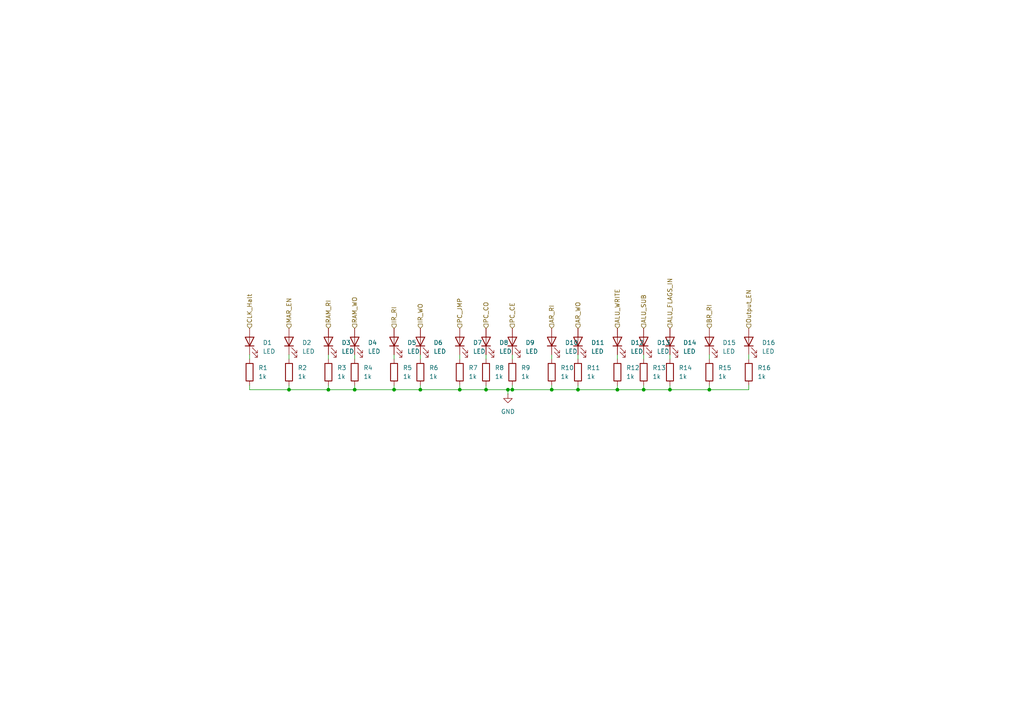
<source format=kicad_sch>
(kicad_sch (version 20231120) (generator "eeschema") (generator_version "8.0")
  (paper "A4")
  (lib_symbols
    (symbol "Device:LED" (pin_numbers hide) (pin_names (offset 1.016) hide)
      (property "Reference" "D" (at 0 2.54 0))
      (property "Value" "LED" (at 0 -2.54 0))
      (symbol "LED_0_1"
        (polyline (pts (xy -1.27 -1.27) (xy -1.27 1.27)) (stroke (width 0.254)))
        (polyline (pts (xy -1.27 0) (xy 1.27 0)))
        (polyline (pts (xy 1.27 -1.27) (xy 1.27 1.27) (xy -1.27 0) (xy 1.27 -1.27)) (stroke (width 0.254)))
        (polyline (pts (xy -3.048 -0.762) (xy -4.572 -2.286) (xy -3.81 -2.286) (xy -4.572 -2.286) (xy -4.572 -1.524)))
        (polyline (pts (xy -1.778 -0.762) (xy -3.302 -2.286) (xy -2.54 -2.286) (xy -3.302 -2.286) (xy -3.302 -1.524)))
      )
      (symbol "LED_1_1"
        (pin passive line (at -3.81 0 0) (length 2.54) (name "K") (number "1"))
        (pin passive line (at 3.81 0 180) (length 2.54) (name "A") (number "2"))
      )
    )
    (symbol "Device:R" (pin_numbers hide) (pin_names (offset 0))
      (property "Reference" "R" (at 2.032 0 90))
      (property "Value" "R" (at 0 0 90))
      (symbol "R_0_1"
        (rectangle (start -1.016 -2.54) (end 1.016 2.54) (stroke (width 0.254)))
      )
      (symbol "R_1_1"
        (pin passive line (at 0 3.81 270) (length 1.27) (name "~") (number "1"))
        (pin passive line (at 0 -3.81 90) (length 1.27) (name "~") (number "2"))
      )
    )
    (symbol "power:GND" (power) (pin_numbers hide) (pin_names (offset 0) hide)
      (property "Value" "GND" (at 0 -3.81 0))
      (symbol "GND_0_1"
        (polyline (pts (xy 0 0) (xy 0 -1.27) (xy 1.27 -1.27) (xy 0 -2.54) (xy -1.27 -1.27) (xy 0 -1.27)))
      )
      (symbol "GND_1_1"
        (pin power_in line (at 0 0 270) (length 0) (name "~") (number "1"))
      )
    )
  )
  (junction (at 140.97 113.03))
  (junction (at 186.69 113.03))
  (junction (at 95.25 113.03))
  (junction (at 160.02 113.03))
  (junction (at 205.74 113.03))
  (junction (at 147.32 113.03))
  (junction (at 133.35 113.03))
  (junction (at 83.82 113.03))
  (junction (at 121.92 113.03))
  (junction (at 167.64 113.03))
  (junction (at 148.59 113.03))
  (junction (at 102.87 113.03))
  (junction (at 114.3 113.03))
  (junction (at 194.31 113.03))
  (junction (at 179.07 113.03))
  (wire (pts (xy 114.3 102.87) (xy 114.3 104.14)))
  (wire (pts (xy 186.69 111.76) (xy 186.69 113.03)))
  (wire (pts (xy 167.64 111.76) (xy 167.64 113.03)))
  (wire (pts (xy 140.97 102.87) (xy 140.97 104.14)))
  (wire (pts (xy 140.97 113.03) (xy 147.32 113.03)))
  (wire (pts (xy 95.25 113.03) (xy 102.87 113.03)))
  (wire (pts (xy 72.39 102.87) (xy 72.39 104.14)))
  (wire (pts (xy 133.35 111.76) (xy 133.35 113.03)))
  (wire (pts (xy 205.74 113.03) (xy 217.17 113.03)))
  (wire (pts (xy 147.32 114.3) (xy 147.32 113.03)))
  (wire (pts (xy 205.74 111.76) (xy 205.74 113.03)))
  (wire (pts (xy 133.35 113.03) (xy 140.97 113.03)))
  (wire (pts (xy 148.59 102.87) (xy 148.59 104.14)))
  (wire (pts (xy 205.74 102.87) (xy 205.74 104.14)))
  (wire (pts (xy 194.31 113.03) (xy 205.74 113.03)))
  (wire (pts (xy 83.82 111.76) (xy 83.82 113.03)))
  (wire (pts (xy 160.02 113.03) (xy 167.64 113.03)))
  (wire (pts (xy 114.3 113.03) (xy 121.92 113.03)))
  (wire (pts (xy 121.92 111.76) (xy 121.92 113.03)))
  (wire (pts (xy 148.59 113.03) (xy 160.02 113.03)))
  (wire (pts (xy 133.35 102.87) (xy 133.35 104.14)))
  (wire (pts (xy 83.82 102.87) (xy 83.82 104.14)))
  (wire (pts (xy 186.69 113.03) (xy 194.31 113.03)))
  (wire (pts (xy 140.97 111.76) (xy 140.97 113.03)))
  (wire (pts (xy 179.07 113.03) (xy 186.69 113.03)))
  (wire (pts (xy 83.82 113.03) (xy 95.25 113.03)))
  (wire (pts (xy 179.07 111.76) (xy 179.07 113.03)))
  (wire (pts (xy 179.07 102.87) (xy 179.07 104.14)))
  (wire (pts (xy 186.69 102.87) (xy 186.69 104.14)))
  (wire (pts (xy 102.87 111.76) (xy 102.87 113.03)))
  (wire (pts (xy 167.64 113.03) (xy 179.07 113.03)))
  (wire (pts (xy 147.32 113.03) (xy 148.59 113.03)))
  (wire (pts (xy 95.25 102.87) (xy 95.25 104.14)))
  (wire (pts (xy 217.17 111.76) (xy 217.17 113.03)))
  (wire (pts (xy 72.39 113.03) (xy 72.39 111.76)))
  (wire (pts (xy 160.02 111.76) (xy 160.02 113.03)))
  (wire (pts (xy 167.64 102.87) (xy 167.64 104.14)))
  (wire (pts (xy 114.3 111.76) (xy 114.3 113.03)))
  (wire (pts (xy 194.31 111.76) (xy 194.31 113.03)))
  (wire (pts (xy 102.87 113.03) (xy 114.3 113.03)))
  (wire (pts (xy 121.92 102.87) (xy 121.92 104.14)))
  (wire (pts (xy 121.92 113.03) (xy 133.35 113.03)))
  (wire (pts (xy 160.02 102.87) (xy 160.02 104.14)))
  (wire (pts (xy 102.87 102.87) (xy 102.87 104.14)))
  (wire (pts (xy 72.39 113.03) (xy 83.82 113.03)))
  (wire (pts (xy 148.59 111.76) (xy 148.59 113.03)))
  (wire (pts (xy 95.25 111.76) (xy 95.25 113.03)))
  (wire (pts (xy 217.17 102.87) (xy 217.17 104.14)))
  (wire (pts (xy 194.31 102.87) (xy 194.31 104.14)))
  (hierarchical_label "ALU_SUB" (shape input) (at 186.69 95.25 90))
  (hierarchical_label "Output_EN" (shape input) (at 217.17 95.25 90))
  (hierarchical_label "PC_CE" (shape input) (at 148.59 95.25 90))
  (hierarchical_label "IR_RI" (shape input) (at 114.3 95.25 90))
  (hierarchical_label "MAR_EN" (shape input) (at 83.82 95.25 90))
  (hierarchical_label "RAM_WO" (shape input) (at 102.87 95.25 90))
  (hierarchical_label "BR_RI" (shape input) (at 205.74 95.25 90))
  (hierarchical_label "CLK_Halt" (shape input) (at 72.39 95.25 90))
  (hierarchical_label "PC_CO" (shape input) (at 140.97 95.25 90))
  (hierarchical_label "AR_RI" (shape input) (at 160.02 95.25 90))
  (hierarchical_label "AR_WO" (shape input) (at 167.64 95.25 90))
  (hierarchical_label "ALU_WRITE" (shape input) (at 179.07 95.25 90))
  (hierarchical_label "PC_JMP" (shape input) (at 133.35 95.25 90))
  (hierarchical_label "ALU_FLAGS_IN" (shape input) (at 194.31 95.25 90))
  (hierarchical_label "RAM_RI" (shape input) (at 95.25 95.25 90))
  (hierarchical_label "IR_WO" (shape input) (at 121.92 95.25 90))
  (symbol (lib_id "Device:LED") (at 217.17 99.06 90) (unit 1)
    (property "Reference" "D16" (at 220.98 99.3774 90) (effects (justify right)))
    (property "Value" "LED" (at 220.98 101.9174 90) (effects (justify right)))
    (property "Description" "Light emitting diode" (effects (hide yes)))
  )
  (symbol (lib_id "Device:R") (at 186.69 107.95 0) (unit 1)
    (property "Reference" "R13" (at 189.23 106.6799 0) (effects (justify left)))
    (property "Value" "1k" (at 189.23 109.2199 0) (effects (justify left)))
    (property "Description" "Resistor" (effects (hide yes)))
  )
  (symbol (lib_id "Device:R") (at 140.97 107.95 0) (unit 1)
    (property "Reference" "R8" (at 143.51 106.6799 0) (effects (justify left)))
    (property "Value" "1k" (at 143.51 109.2199 0) (effects (justify left)))
    (property "Description" "Resistor" (effects (hide yes)))
  )
  (symbol (lib_id "Device:R") (at 194.31 107.95 0) (unit 1)
    (property "Reference" "R14" (at 196.85 106.6799 0) (effects (justify left)))
    (property "Value" "1k" (at 196.85 109.2199 0) (effects (justify left)))
    (property "Description" "Resistor" (effects (hide yes)))
  )
  (symbol (lib_id "Device:R") (at 102.87 107.95 0) (unit 1)
    (property "Reference" "R4" (at 105.41 106.6799 0) (effects (justify left)))
    (property "Value" "1k" (at 105.41 109.2199 0) (effects (justify left)))
    (property "Description" "Resistor" (effects (hide yes)))
  )
  (symbol (lib_id "power:GND") (at 147.32 114.3 0) (unit 1)
    (property "Reference" "#PWR025" (effects (hide yes)))
    (property "Value" "GND" (at 147.32 119.38 0))
    (property "Description" "Power symbol creates a global label with name \"GND\" , ground" (effects (hide yes)))
  )
  (symbol (lib_id "Device:R") (at 160.02 107.95 0) (unit 1)
    (property "Reference" "R10" (at 162.56 106.6799 0) (effects (justify left)))
    (property "Value" "1k" (at 162.56 109.2199 0) (effects (justify left)))
    (property "Description" "Resistor" (effects (hide yes)))
  )
  (symbol (lib_id "Device:R") (at 179.07 107.95 0) (unit 1)
    (property "Reference" "R12" (at 181.61 106.6799 0) (effects (justify left)))
    (property "Value" "1k" (at 181.61 109.2199 0) (effects (justify left)))
    (property "Description" "Resistor" (effects (hide yes)))
  )
  (symbol (lib_id "Device:LED") (at 133.35 99.06 90) (unit 1)
    (property "Reference" "D7" (at 137.16 99.3774 90) (effects (justify right)))
    (property "Value" "LED" (at 137.16 101.9174 90) (effects (justify right)))
    (property "Description" "Light emitting diode" (effects (hide yes)))
  )
  (symbol (lib_id "Device:LED") (at 83.82 99.06 90) (unit 1)
    (property "Reference" "D2" (at 87.63 99.3774 90) (effects (justify right)))
    (property "Value" "LED" (at 87.63 101.9174 90) (effects (justify right)))
    (property "Description" "Light emitting diode" (effects (hide yes)))
  )
  (symbol (lib_id "Device:R") (at 114.3 107.95 0) (unit 1)
    (property "Reference" "R5" (at 116.84 106.6799 0) (effects (justify left)))
    (property "Value" "1k" (at 116.84 109.2199 0) (effects (justify left)))
    (property "Description" "Resistor" (effects (hide yes)))
  )
  (symbol (lib_id "Device:LED") (at 205.74 99.06 90) (unit 1)
    (property "Reference" "D15" (at 209.55 99.3774 90) (effects (justify right)))
    (property "Value" "LED" (at 209.55 101.9174 90) (effects (justify right)))
    (property "Description" "Light emitting diode" (effects (hide yes)))
  )
  (symbol (lib_id "Device:LED") (at 72.39 99.06 90) (unit 1)
    (property "Reference" "D1" (at 76.2 99.3774 90) (effects (justify right)))
    (property "Value" "LED" (at 76.2 101.9174 90) (effects (justify right)))
    (property "Description" "Light emitting diode" (effects (hide yes)))
  )
  (symbol (lib_id "Device:LED") (at 114.3 99.06 90) (unit 1)
    (property "Reference" "D5" (at 118.11 99.3774 90) (effects (justify right)))
    (property "Value" "LED" (at 118.11 101.9174 90) (effects (justify right)))
    (property "Description" "Light emitting diode" (effects (hide yes)))
  )
  (symbol (lib_id "Device:LED") (at 148.59 99.06 90) (unit 1)
    (property "Reference" "D9" (at 152.4 99.3774 90) (effects (justify right)))
    (property "Value" "LED" (at 152.4 101.9174 90) (effects (justify right)))
    (property "Description" "Light emitting diode" (effects (hide yes)))
  )
  (symbol (lib_id "Device:LED") (at 140.97 99.06 90) (unit 1)
    (property "Reference" "D8" (at 144.78 99.3774 90) (effects (justify right)))
    (property "Value" "LED" (at 144.78 101.9174 90) (effects (justify right)))
    (property "Description" "Light emitting diode" (effects (hide yes)))
  )
  (symbol (lib_id "Device:R") (at 133.35 107.95 0) (unit 1)
    (property "Reference" "R7" (at 135.89 106.6799 0) (effects (justify left)))
    (property "Value" "1k" (at 135.89 109.2199 0) (effects (justify left)))
    (property "Description" "Resistor" (effects (hide yes)))
  )
  (symbol (lib_id "Device:LED") (at 194.31 99.06 90) (unit 1)
    (property "Reference" "D14" (at 198.12 99.3774 90) (effects (justify right)))
    (property "Value" "LED" (at 198.12 101.9174 90) (effects (justify right)))
    (property "Description" "Light emitting diode" (effects (hide yes)))
  )
  (symbol (lib_id "Device:LED") (at 95.25 99.06 90) (unit 1)
    (property "Reference" "D3" (at 99.06 99.3774 90) (effects (justify right)))
    (property "Value" "LED" (at 99.06 101.9174 90) (effects (justify right)))
    (property "Description" "Light emitting diode" (effects (hide yes)))
  )
  (symbol (lib_id "Device:LED") (at 186.69 99.06 90) (unit 1)
    (property "Reference" "D13" (at 190.5 99.3774 90) (effects (justify right)))
    (property "Value" "LED" (at 190.5 101.9174 90) (effects (justify right)))
    (property "Description" "Light emitting diode" (effects (hide yes)))
  )
  (symbol (lib_id "Device:LED") (at 160.02 99.06 90) (unit 1)
    (property "Reference" "D10" (at 163.83 99.3774 90) (effects (justify right)))
    (property "Value" "LED" (at 163.83 101.9174 90) (effects (justify right)))
    (property "Description" "Light emitting diode" (effects (hide yes)))
  )
  (symbol (lib_id "Device:R") (at 217.17 107.95 0) (unit 1)
    (property "Reference" "R16" (at 219.71 106.6799 0) (effects (justify left)))
    (property "Value" "1k" (at 219.71 109.2199 0) (effects (justify left)))
    (property "Description" "Resistor" (effects (hide yes)))
  )
  (symbol (lib_id "Device:R") (at 95.25 107.95 0) (unit 1)
    (property "Reference" "R3" (at 97.79 106.6799 0) (effects (justify left)))
    (property "Value" "1k" (at 97.79 109.2199 0) (effects (justify left)))
    (property "Description" "Resistor" (effects (hide yes)))
  )
  (symbol (lib_id "Device:R") (at 83.82 107.95 0) (unit 1)
    (property "Reference" "R2" (at 86.36 106.6799 0) (effects (justify left)))
    (property "Value" "1k" (at 86.36 109.2199 0) (effects (justify left)))
    (property "Description" "Resistor" (effects (hide yes)))
  )
  (symbol (lib_id "Device:R") (at 167.64 107.95 0) (unit 1)
    (property "Reference" "R11" (at 170.18 106.6799 0) (effects (justify left)))
    (property "Value" "1k" (at 170.18 109.2199 0) (effects (justify left)))
    (property "Description" "Resistor" (effects (hide yes)))
  )
  (symbol (lib_id "Device:LED") (at 121.92 99.06 90) (unit 1)
    (property "Reference" "D6" (at 125.73 99.3774 90) (effects (justify right)))
    (property "Value" "LED" (at 125.73 101.9174 90) (effects (justify right)))
    (property "Description" "Light emitting diode" (effects (hide yes)))
  )
  (symbol (lib_id "Device:LED") (at 102.87 99.06 90) (unit 1)
    (property "Reference" "D4" (at 106.68 99.3774 90) (effects (justify right)))
    (property "Value" "LED" (at 106.68 101.9174 90) (effects (justify right)))
    (property "Description" "Light emitting diode" (effects (hide yes)))
  )
  (symbol (lib_id "Device:LED") (at 167.64 99.06 90) (unit 1)
    (property "Reference" "D11" (at 171.45 99.3774 90) (effects (justify right)))
    (property "Value" "LED" (at 171.45 101.9174 90) (effects (justify right)))
    (property "Description" "Light emitting diode" (effects (hide yes)))
  )
  (symbol (lib_id "Device:LED") (at 179.07 99.06 90) (unit 1)
    (property "Reference" "D12" (at 182.88 99.3774 90) (effects (justify right)))
    (property "Value" "LED" (at 182.88 101.9174 90) (effects (justify right)))
    (property "Description" "Light emitting diode" (effects (hide yes)))
  )
  (symbol (lib_id "Device:R") (at 72.39 107.95 0) (unit 1)
    (property "Reference" "R1" (at 74.93 106.6799 0) (effects (justify left)))
    (property "Value" "1k" (at 74.93 109.2199 0) (effects (justify left)))
    (property "Description" "Resistor" (effects (hide yes)))
  )
  (symbol (lib_id "Device:R") (at 121.92 107.95 0) (unit 1)
    (property "Reference" "R6" (at 124.46 106.6799 0) (effects (justify left)))
    (property "Value" "1k" (at 124.46 109.2199 0) (effects (justify left)))
    (property "Description" "Resistor" (effects (hide yes)))
  )
  (symbol (lib_id "Device:R") (at 148.59 107.95 0) (unit 1)
    (property "Reference" "R9" (at 151.13 106.6799 0) (effects (justify left)))
    (property "Value" "1k" (at 151.13 109.2199 0) (effects (justify left)))
    (property "Description" "Resistor" (effects (hide yes)))
  )
  (symbol (lib_id "Device:R") (at 205.74 107.95 0) (unit 1)
    (property "Reference" "R15" (at 208.28 106.6799 0) (effects (justify left)))
    (property "Value" "1k" (at 208.28 109.2199 0) (effects (justify left)))
    (property "Description" "Resistor" (effects (hide yes)))
  )
)
</source>
